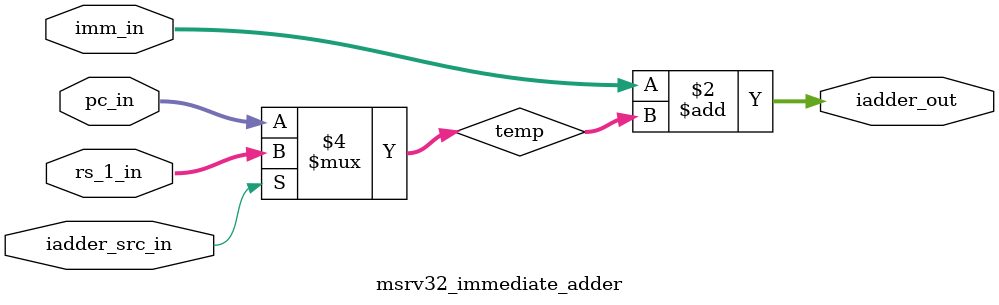
<source format=v>


module msrv32_immediate_adder(input [31:0]pc_in,imm_in,rs_1_in,input iadder_src_in,output reg[31:0] iadder_out);

		reg [31:0] temp;
		always@(*)
		   begin
		       begin 
			        if(iadder_src_in)
							temp = rs_1_in;
					else
							temp = pc_in;
				end
       
                iadder_out = imm_in + temp;
            end  				
					
endmodule
</source>
